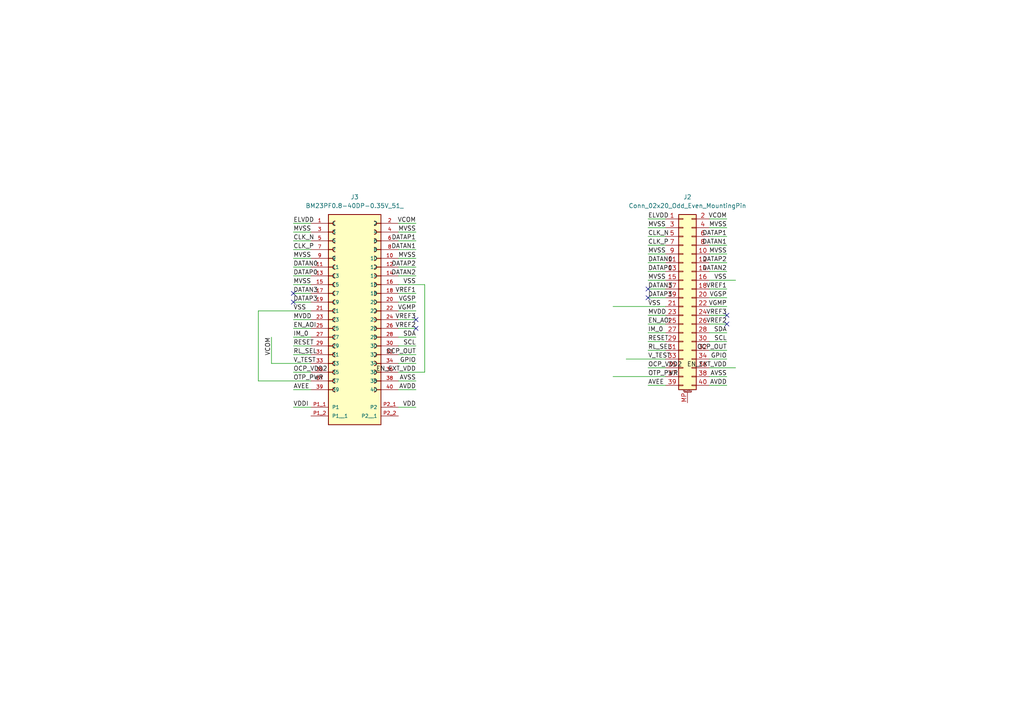
<source format=kicad_sch>
(kicad_sch (version 20250114) (generator "eeschema") (generator_version "9.0")
  (paper "A4")
  (lib_symbols
    (symbol "BM23PF0.8-40DS-0.35V_51_:BM23PF0.8-40DS-0.35V_51_" (pin_names (offset 1.016))
      (property "Reference" "J" (at -8.12 27.94 0))
      (property "Value" "BM23PF0.8-40DS-0.35V_51_" (at -7.62 -35.56 0))
      (symbol "BM23PF0.8-40DS-0.35V_51__0_0"
        (polyline (pts (xy -7.62 25.4) (xy -6.35 25.4)) (stroke (width 0.254)))
        (polyline (pts (xy -7.62 22.86) (xy -6.35 22.86)) (stroke (width 0.254)))
        (polyline (pts (xy -7.62 20.32) (xy -6.35 20.32)) (stroke (width 0.254)))
        (polyline (pts (xy -7.62 17.78) (xy -6.35 17.78)) (stroke (width 0.254)))
        (polyline (pts (xy -7.62 15.24) (xy -6.35 15.24)) (stroke (width 0.254)))
        (polyline (pts (xy -7.62 12.7) (xy -6.35 12.7)) (stroke (width 0.254)))
        (polyline (pts (xy -7.62 10.16) (xy -6.35 10.16)) (stroke (width 0.254)))
        (polyline (pts (xy -7.62 7.62) (xy -6.35 7.62)) (stroke (width 0.254)))
        (polyline (pts (xy -7.62 5.08) (xy -6.35 5.08)) (stroke (width 0.254)))
        (polyline (pts (xy -7.62 2.54) (xy -6.35 2.54)) (stroke (width 0.254)))
        (polyline (pts (xy -7.62 0) (xy -6.35 0)) (stroke (width 0.254)))
        (polyline (pts (xy -7.62 -2.54) (xy -6.35 -2.54)) (stroke (width 0.254)))
        (polyline (pts (xy -7.62 -5.08) (xy -6.35 -5.08)) (stroke (width 0.254)))
        (polyline (pts (xy -7.62 -7.62) (xy -6.35 -7.62)) (stroke (width 0.254)))
        (polyline (pts (xy -7.62 -10.16) (xy -6.35 -10.16)) (stroke (width 0.254)))
        (polyline (pts (xy -7.62 -12.7) (xy -6.35 -12.7)) (stroke (width 0.254)))
        (polyline (pts (xy -7.62 -15.24) (xy -6.35 -15.24)) (stroke (width 0.254)))
        (polyline (pts (xy -7.62 -17.78) (xy -6.35 -17.78)) (stroke (width 0.254)))
        (polyline (pts (xy -7.62 -20.32) (xy -6.35 -20.32)) (stroke (width 0.254)))
        (polyline (pts (xy -7.62 -22.86) (xy -6.35 -22.86)) (stroke (width 0.254)))
        (rectangle (start -7.62 -33.02) (end 7.62 27.94) (stroke (width 0.254)) (fill (type background)))
        (arc (start -5.715 24.765) (mid -6.3472 25.4) (end -5.715 26.035) (stroke (width 0.254)))
        (arc (start -5.715 22.225) (mid -6.3472 22.86) (end -5.715 23.495) (stroke (width 0.254)))
        (arc (start -5.715 19.685) (mid -6.3472 20.32) (end -5.715 20.955) (stroke (width 0.254)))
        (arc (start -5.715 17.145) (mid -6.3472 17.78) (end -5.715 18.415) (stroke (width 0.254)))
        (arc (start -5.715 14.605) (mid -6.3472 15.24) (end -5.715 15.875) (stroke (width 0.254)))
        (arc (start -5.715 12.065) (mid -6.3472 12.7) (end -5.715 13.335) (stroke (width 0.254)))
        (arc (start -5.715 9.525) (mid -6.3472 10.16) (end -5.715 10.795) (stroke (width 0.254)))
        (arc (start -5.715 6.985) (mid -6.3472 7.62) (end -5.715 8.255) (stroke (width 0.254)))
        (arc (start -5.715 4.445) (mid -6.3472 5.08) (end -5.715 5.715) (stroke (width 0.254)))
        (arc (start -5.715 1.905) (mid -6.3472 2.54) (end -5.715 3.175) (stroke (width 0.254)))
        (arc (start -5.715 -0.635) (mid -6.3472 0) (end -5.715 0.635) (stroke (width 0.254)))
        (arc (start -5.715 -3.175) (mid -6.3472 -2.54) (end -5.715 -1.905) (stroke (width 0.254)))
        (arc (start -5.715 -5.715) (mid -6.3472 -5.08) (end -5.715 -4.445) (stroke (width 0.254)))
        (arc (start -5.715 -8.255) (mid -6.3472 -7.62) (end -5.715 -6.985) (stroke (width 0.254)))
        (arc (start -5.715 -10.795) (mid -6.3472 -10.16) (end -5.715 -9.525) (stroke (width 0.254)))
        (arc (start -5.715 -13.335) (mid -6.3472 -12.7) (end -5.715 -12.065) (stroke (width 0.254)))
        (arc (start -5.715 -15.875) (mid -6.3472 -15.24) (end -5.715 -14.605) (stroke (width 0.254)))
        (arc (start -5.715 -18.415) (mid -6.3472 -17.78) (end -5.715 -17.145) (stroke (width 0.254)))
        (arc (start -5.715 -20.955) (mid -6.3472 -20.32) (end -5.715 -19.685) (stroke (width 0.254)))
        (arc (start -5.715 -23.495) (mid -6.3472 -22.86) (end -5.715 -22.225) (stroke (width 0.254)))
        (arc (start 5.715 26.035) (mid 6.3472 25.4) (end 5.715 24.765) (stroke (width 0.254)))
        (arc (start 5.715 23.495) (mid 6.3472 22.86) (end 5.715 22.225) (stroke (width 0.254)))
        (arc (start 5.715 20.955) (mid 6.3472 20.32) (end 5.715 19.685) (stroke (width 0.254)))
        (arc (start 5.715 18.415) (mid 6.3472 17.78) (end 5.715 17.145) (stroke (width 0.254)))
        (arc (start 5.715 15.875) (mid 6.3472 15.24) (end 5.715 14.605) (stroke (width 0.254)))
        (arc (start 5.715 13.335) (mid 6.3472 12.7) (end 5.715 12.065) (stroke (width 0.254)))
        (arc (start 5.715 10.795) (mid 6.3472 10.16) (end 5.715 9.525) (stroke (width 0.254)))
        (arc (start 5.715 8.255) (mid 6.3472 7.62) (end 5.715 6.985) (stroke (width 0.254)))
        (arc (start 5.715 5.715) (mid 6.3472 5.08) (end 5.715 4.445) (stroke (width 0.254)))
        (arc (start 5.715 3.175) (mid 6.3472 2.54) (end 5.715 1.905) (stroke (width 0.254)))
        (arc (start 5.715 0.635) (mid 6.3472 0) (end 5.715 -0.635) (stroke (width 0.254)))
        (arc (start 5.715 -1.905) (mid 6.3472 -2.54) (end 5.715 -3.175) (stroke (width 0.254)))
        (arc (start 5.715 -4.445) (mid 6.3472 -5.08) (end 5.715 -5.715) (stroke (width 0.254)))
        (arc (start 5.715 -6.985) (mid 6.3472 -7.62) (end 5.715 -8.255) (stroke (width 0.254)))
        (arc (start 5.715 -9.525) (mid 6.3472 -10.16) (end 5.715 -10.795) (stroke (width 0.254)))
        (arc (start 5.715 -12.065) (mid 6.3472 -12.7) (end 5.715 -13.335) (stroke (width 0.254)))
        (arc (start 5.715 -14.605) (mid 6.3472 -15.24) (end 5.715 -15.875) (stroke (width 0.254)))
        (arc (start 5.715 -17.145) (mid 6.3472 -17.78) (end 5.715 -18.415) (stroke (width 0.254)))
        (arc (start 5.715 -19.685) (mid 6.3472 -20.32) (end 5.715 -20.955) (stroke (width 0.254)))
        (arc (start 5.715 -22.225) (mid 6.3472 -22.86) (end 5.715 -23.495) (stroke (width 0.254)))
        (polyline (pts (xy 7.62 25.4) (xy 6.35 25.4)) (stroke (width 0.254)))
        (polyline (pts (xy 7.62 22.86) (xy 6.35 22.86)) (stroke (width 0.254)))
        (polyline (pts (xy 7.62 20.32) (xy 6.35 20.32)) (stroke (width 0.254)))
        (polyline (pts (xy 7.62 17.78) (xy 6.35 17.78)) (stroke (width 0.254)))
        (polyline (pts (xy 7.62 15.24) (xy 6.35 15.24)) (stroke (width 0.254)))
        (polyline (pts (xy 7.62 12.7) (xy 6.35 12.7)) (stroke (width 0.254)))
        (polyline (pts (xy 7.62 10.16) (xy 6.35 10.16)) (stroke (width 0.254)))
        (polyline (pts (xy 7.62 7.62) (xy 6.35 7.62)) (stroke (width 0.254)))
        (polyline (pts (xy 7.62 5.08) (xy 6.35 5.08)) (stroke (width 0.254)))
        (polyline (pts (xy 7.62 2.54) (xy 6.35 2.54)) (stroke (width 0.254)))
        (polyline (pts (xy 7.62 0) (xy 6.35 0)) (stroke (width 0.254)))
        (polyline (pts (xy 7.62 -2.54) (xy 6.35 -2.54)) (stroke (width 0.254)))
        (polyline (pts (xy 7.62 -5.08) (xy 6.35 -5.08)) (stroke (width 0.254)))
        (polyline (pts (xy 7.62 -7.62) (xy 6.35 -7.62)) (stroke (width 0.254)))
        (polyline (pts (xy 7.62 -10.16) (xy 6.35 -10.16)) (stroke (width 0.254)))
        (polyline (pts (xy 7.62 -12.7) (xy 6.35 -12.7)) (stroke (width 0.254)))
        (polyline (pts (xy 7.62 -15.24) (xy 6.35 -15.24)) (stroke (width 0.254)))
        (polyline (pts (xy 7.62 -17.78) (xy 6.35 -17.78)) (stroke (width 0.254)))
        (polyline (pts (xy 7.62 -20.32) (xy 6.35 -20.32)) (stroke (width 0.254)))
        (polyline (pts (xy 7.62 -22.86) (xy 6.35 -22.86)) (stroke (width 0.254)))
        (pin passive line (at -12.7 25.4 0) (length 5.08) (name "1") (number "1"))
        (pin passive line (at -12.7 22.86 0) (length 5.08) (name "3") (number "3"))
        (pin passive line (at -12.7 20.32 0) (length 5.08) (name "5") (number "5"))
        (pin passive line (at -12.7 17.78 0) (length 5.08) (name "7") (number "7"))
        (pin passive line (at -12.7 15.24 0) (length 5.08) (name "9") (number "9"))
        (pin passive line (at -12.7 12.7 0) (length 5.08) (name "11") (number "11"))
        (pin passive line (at -12.7 10.16 0) (length 5.08) (name "13") (number "13"))
        (pin passive line (at -12.7 7.62 0) (length 5.08) (name "15") (number "15"))
        (pin passive line (at -12.7 5.08 0) (length 5.08) (name "17") (number "17"))
        (pin passive line (at -12.7 2.54 0) (length 5.08) (name "19") (number "19"))
        (pin passive line (at -12.7 0 0) (length 5.08) (name "21") (number "21"))
        (pin passive line (at -12.7 -2.54 0) (length 5.08) (name "23") (number "23"))
        (pin passive line (at -12.7 -5.08 0) (length 5.08) (name "25") (number "25"))
        (pin passive line (at -12.7 -7.62 0) (length 5.08) (name "27") (number "27"))
        (pin passive line (at -12.7 -10.16 0) (length 5.08) (name "29") (number "29"))
        (pin passive line (at -12.7 -12.7 0) (length 5.08) (name "31") (number "31"))
        (pin passive line (at -12.7 -15.24 0) (length 5.08) (name "33") (number "33"))
        (pin passive line (at -12.7 -17.78 0) (length 5.08) (name "35") (number "35"))
        (pin passive line (at -12.7 -20.32 0) (length 5.08) (name "37") (number "37"))
        (pin passive line (at -12.7 -22.86 0) (length 5.08) (name "39") (number "39"))
        (pin power_in line (at -12.7 -27.94 0) (length 5.08) (name "P1") (number "P1_1"))
        (pin power_in line (at -12.7 -30.48 0) (length 5.08) (name "P1__1") (number "P1_2"))
        (pin passive line (at 12.7 25.4 180) (length 5.08) (name "2") (number "2"))
        (pin passive line (at 12.7 22.86 180) (length 5.08) (name "4") (number "4"))
        (pin passive line (at 12.7 20.32 180) (length 5.08) (name "6") (number "6"))
        (pin passive line (at 12.7 17.78 180) (length 5.08) (name "8") (number "8"))
        (pin passive line (at 12.7 15.24 180) (length 5.08) (name "10") (number "10"))
        (pin passive line (at 12.7 12.7 180) (length 5.08) (name "12") (number "12"))
        (pin passive line (at 12.7 10.16 180) (length 5.08) (name "14") (number "14"))
        (pin passive line (at 12.7 7.62 180) (length 5.08) (name "16") (number "16"))
        (pin passive line (at 12.7 5.08 180) (length 5.08) (name "18") (number "18"))
        (pin passive line (at 12.7 2.54 180) (length 5.08) (name "20") (number "20"))
        (pin passive line (at 12.7 0 180) (length 5.08) (name "22") (number "22"))
        (pin passive line (at 12.7 -2.54 180) (length 5.08) (name "24") (number "24"))
        (pin passive line (at 12.7 -5.08 180) (length 5.08) (name "26") (number "26"))
        (pin passive line (at 12.7 -7.62 180) (length 5.08) (name "28") (number "28"))
        (pin passive line (at 12.7 -10.16 180) (length 5.08) (name "30") (number "30"))
        (pin passive line (at 12.7 -12.7 180) (length 5.08) (name "32") (number "32"))
        (pin passive line (at 12.7 -15.24 180) (length 5.08) (name "34") (number "34"))
        (pin passive line (at 12.7 -17.78 180) (length 5.08) (name "36") (number "36"))
        (pin passive line (at 12.7 -20.32 180) (length 5.08) (name "38") (number "38"))
        (pin passive line (at 12.7 -22.86 180) (length 5.08) (name "40") (number "40"))
        (pin power_in line (at 12.7 -27.94 180) (length 5.08) (name "P2") (number "P2_1"))
        (pin power_in line (at 12.7 -30.48 180) (length 5.08) (name "P2__1") (number "P2_2"))
      )
    )
    (symbol "Connector_Generic_MountingPin:Conn_02x20_Odd_Even_MountingPin" (pin_names (offset 1.016) (hide yes))
      (property "Reference" "J" (at 1.27 25.4 0))
      (property "Value" "Conn_02x20_Odd_Even_MountingPin" (at 2.54 -27.94 0))
      (symbol "Conn_02x20_Odd_Even_MountingPin_1_1"
        (rectangle (start -1.27 24.13) (end 3.81 -26.67) (stroke (width 0.254)) (fill (type background)))
        (rectangle (start -1.27 22.987) (end 0 22.733) (stroke (width 0.1524)))
        (rectangle (start -1.27 20.447) (end 0 20.193) (stroke (width 0.1524)))
        (rectangle (start -1.27 17.907) (end 0 17.653) (stroke (width 0.1524)))
        (rectangle (start -1.27 15.367) (end 0 15.113) (stroke (width 0.1524)))
        (rectangle (start -1.27 12.827) (end 0 12.573) (stroke (width 0.1524)))
        (rectangle (start -1.27 10.287) (end 0 10.033) (stroke (width 0.1524)))
        (rectangle (start -1.27 7.747) (end 0 7.493) (stroke (width 0.1524)))
        (rectangle (start -1.27 5.207) (end 0 4.953) (stroke (width 0.1524)))
        (rectangle (start -1.27 2.667) (end 0 2.413) (stroke (width 0.1524)))
        (rectangle (start -1.27 0.127) (end 0 -0.127) (stroke (width 0.1524)))
        (rectangle (start -1.27 -2.413) (end 0 -2.667) (stroke (width 0.1524)))
        (rectangle (start -1.27 -4.953) (end 0 -5.207) (stroke (width 0.1524)))
        (rectangle (start -1.27 -7.493) (end 0 -7.747) (stroke (width 0.1524)))
        (rectangle (start -1.27 -10.033) (end 0 -10.287) (stroke (width 0.1524)))
        (rectangle (start -1.27 -12.573) (end 0 -12.827) (stroke (width 0.1524)))
        (rectangle (start -1.27 -15.113) (end 0 -15.367) (stroke (width 0.1524)))
        (rectangle (start -1.27 -17.653) (end 0 -17.907) (stroke (width 0.1524)))
        (rectangle (start -1.27 -20.193) (end 0 -20.447) (stroke (width 0.1524)))
        (rectangle (start -1.27 -22.733) (end 0 -22.987) (stroke (width 0.1524)))
        (rectangle (start -1.27 -25.273) (end 0 -25.527) (stroke (width 0.1524)))
        (polyline (pts (xy 0.254 -27.432) (xy 2.286 -27.432)) (stroke (width 0.1524)))
        (rectangle (start 3.81 22.987) (end 2.54 22.733) (stroke (width 0.1524)))
        (rectangle (start 3.81 20.447) (end 2.54 20.193) (stroke (width 0.1524)))
        (rectangle (start 3.81 17.907) (end 2.54 17.653) (stroke (width 0.1524)))
        (rectangle (start 3.81 15.367) (end 2.54 15.113) (stroke (width 0.1524)))
        (rectangle (start 3.81 12.827) (end 2.54 12.573) (stroke (width 0.1524)))
        (rectangle (start 3.81 10.287) (end 2.54 10.033) (stroke (width 0.1524)))
        (rectangle (start 3.81 7.747) (end 2.54 7.493) (stroke (width 0.1524)))
        (rectangle (start 3.81 5.207) (end 2.54 4.953) (stroke (width 0.1524)))
        (rectangle (start 3.81 2.667) (end 2.54 2.413) (stroke (width 0.1524)))
        (rectangle (start 3.81 0.127) (end 2.54 -0.127) (stroke (width 0.1524)))
        (rectangle (start 3.81 -2.413) (end 2.54 -2.667) (stroke (width 0.1524)))
        (rectangle (start 3.81 -4.953) (end 2.54 -5.207) (stroke (width 0.1524)))
        (rectangle (start 3.81 -7.493) (end 2.54 -7.747) (stroke (width 0.1524)))
        (rectangle (start 3.81 -10.033) (end 2.54 -10.287) (stroke (width 0.1524)))
        (rectangle (start 3.81 -12.573) (end 2.54 -12.827) (stroke (width 0.1524)))
        (rectangle (start 3.81 -15.113) (end 2.54 -15.367) (stroke (width 0.1524)))
        (rectangle (start 3.81 -17.653) (end 2.54 -17.907) (stroke (width 0.1524)))
        (rectangle (start 3.81 -20.193) (end 2.54 -20.447) (stroke (width 0.1524)))
        (rectangle (start 3.81 -22.733) (end 2.54 -22.987) (stroke (width 0.1524)))
        (rectangle (start 3.81 -25.273) (end 2.54 -25.527) (stroke (width 0.1524)))
        (text "Mounting" (at 1.27 -27.051 0) (effects (font (size 0.381 0.381))))
        (pin passive line (at -5.08 22.86 0) (length 3.81) (name "Pin_1") (number "1"))
        (pin passive line (at -5.08 20.32 0) (length 3.81) (name "Pin_3") (number "3"))
        (pin passive line (at -5.08 17.78 0) (length 3.81) (name "Pin_5") (number "5"))
        (pin passive line (at -5.08 15.24 0) (length 3.81) (name "Pin_7") (number "7"))
        (pin passive line (at -5.08 12.7 0) (length 3.81) (name "Pin_9") (number "9"))
        (pin passive line (at -5.08 10.16 0) (length 3.81) (name "Pin_11") (number "11"))
        (pin passive line (at -5.08 7.62 0) (length 3.81) (name "Pin_13") (number "13"))
        (pin passive line (at -5.08 5.08 0) (length 3.81) (name "Pin_15") (number "15"))
        (pin passive line (at -5.08 2.54 0) (length 3.81) (name "Pin_17") (number "17"))
        (pin passive line (at -5.08 0 0) (length 3.81) (name "Pin_19") (number "19"))
        (pin passive line (at -5.08 -2.54 0) (length 3.81) (name "Pin_21") (number "21"))
        (pin passive line (at -5.08 -5.08 0) (length 3.81) (name "Pin_23") (number "23"))
        (pin passive line (at -5.08 -7.62 0) (length 3.81) (name "Pin_25") (number "25"))
        (pin passive line (at -5.08 -10.16 0) (length 3.81) (name "Pin_27") (number "27"))
        (pin passive line (at -5.08 -12.7 0) (length 3.81) (name "Pin_29") (number "29"))
        (pin passive line (at -5.08 -15.24 0) (length 3.81) (name "Pin_31") (number "31"))
        (pin passive line (at -5.08 -17.78 0) (length 3.81) (name "Pin_33") (number "33"))
        (pin passive line (at -5.08 -20.32 0) (length 3.81) (name "Pin_35") (number "35"))
        (pin passive line (at -5.08 -22.86 0) (length 3.81) (name "Pin_37") (number "37"))
        (pin passive line (at -5.08 -25.4 0) (length 3.81) (name "Pin_39") (number "39"))
        (pin passive line (at 1.27 -30.48 90) (length 3.048) (name "MountPin") (number "MP"))
        (pin passive line (at 7.62 22.86 180) (length 3.81) (name "Pin_2") (number "2"))
        (pin passive line (at 7.62 20.32 180) (length 3.81) (name "Pin_4") (number "4"))
        (pin passive line (at 7.62 17.78 180) (length 3.81) (name "Pin_6") (number "6"))
        (pin passive line (at 7.62 15.24 180) (length 3.81) (name "Pin_8") (number "8"))
        (pin passive line (at 7.62 12.7 180) (length 3.81) (name "Pin_10") (number "10"))
        (pin passive line (at 7.62 10.16 180) (length 3.81) (name "Pin_12") (number "12"))
        (pin passive line (at 7.62 7.62 180) (length 3.81) (name "Pin_14") (number "14"))
        (pin passive line (at 7.62 5.08 180) (length 3.81) (name "Pin_16") (number "16"))
        (pin passive line (at 7.62 2.54 180) (length 3.81) (name "Pin_18") (number "18"))
        (pin passive line (at 7.62 0 180) (length 3.81) (name "Pin_20") (number "20"))
        (pin passive line (at 7.62 -2.54 180) (length 3.81) (name "Pin_22") (number "22"))
        (pin passive line (at 7.62 -5.08 180) (length 3.81) (name "Pin_24") (number "24"))
        (pin passive line (at 7.62 -7.62 180) (length 3.81) (name "Pin_26") (number "26"))
        (pin passive line (at 7.62 -10.16 180) (length 3.81) (name "Pin_28") (number "28"))
        (pin passive line (at 7.62 -12.7 180) (length 3.81) (name "Pin_30") (number "30"))
        (pin passive line (at 7.62 -15.24 180) (length 3.81) (name "Pin_32") (number "32"))
        (pin passive line (at 7.62 -17.78 180) (length 3.81) (name "Pin_34") (number "34"))
        (pin passive line (at 7.62 -20.32 180) (length 3.81) (name "Pin_36") (number "36"))
        (pin passive line (at 7.62 -22.86 180) (length 3.81) (name "Pin_38") (number "38"))
        (pin passive line (at 7.62 -25.4 180) (length 3.81) (name "Pin_40") (number "40"))
      )
    )
  )
  (no_connect (at 210.82 93.98))
  (no_connect (at 187.96 86.36))
  (no_connect (at 120.65 95.25))
  (no_connect (at 85.09 87.63))
  (no_connect (at 187.96 83.82))
  (no_connect (at 120.65 92.71))
  (no_connect (at 85.09 85.09))
  (no_connect (at 210.82 91.44))
  (wire (pts (xy 85.09 97.79) (xy 90.17 97.79)))
  (wire (pts (xy 187.96 68.58) (xy 193.04 68.58)))
  (wire (pts (xy 85.09 69.85) (xy 90.17 69.85)))
  (wire (pts (xy 85.09 92.71) (xy 90.17 92.71)))
  (wire (pts (xy 187.96 93.98) (xy 193.04 93.98)))
  (wire (pts (xy 205.74 101.6) (xy 210.82 101.6)))
  (wire (pts (xy 85.09 82.55) (xy 90.17 82.55)))
  (wire (pts (xy 115.57 92.71) (xy 120.65 92.71)))
  (wire (pts (xy 74.93 110.49) (xy 90.17 110.49)))
  (wire (pts (xy 205.74 78.74) (xy 210.82 78.74)))
  (wire (pts (xy 115.57 64.77) (xy 120.65 64.77)))
  (wire (pts (xy 115.57 97.79) (xy 120.65 97.79)))
  (wire (pts (xy 187.96 78.74) (xy 193.04 78.74)))
  (wire (pts (xy 205.74 106.68) (xy 213.36 106.68)))
  (wire (pts (xy 205.74 91.44) (xy 210.82 91.44)))
  (wire (pts (xy 205.74 93.98) (xy 210.82 93.98)))
  (wire (pts (xy 205.74 111.76) (xy 210.82 111.76)))
  (wire (pts (xy 115.57 82.55) (xy 123.19 82.55)))
  (wire (pts (xy 85.09 77.47) (xy 90.17 77.47)))
  (wire (pts (xy 181.61 104.14) (xy 193.04 104.14)))
  (wire (pts (xy 187.96 111.76) (xy 193.04 111.76)))
  (wire (pts (xy 205.74 73.66) (xy 210.82 73.66)))
  (wire (pts (xy 115.57 95.25) (xy 120.65 95.25)))
  (wire (pts (xy 177.8 88.9) (xy 193.04 88.9)))
  (wire (pts (xy 115.57 69.85) (xy 120.65 69.85)))
  (wire (pts (xy 205.74 83.82) (xy 210.82 83.82)))
  (wire (pts (xy 187.96 81.28) (xy 193.04 81.28)))
  (wire (pts (xy 85.09 102.87) (xy 90.17 102.87)))
  (wire (pts (xy 78.74 97.79) (xy 78.74 105.41)))
  (wire (pts (xy 85.09 74.93) (xy 90.17 74.93)))
  (wire (pts (xy 115.57 105.41) (xy 120.65 105.41)))
  (wire (pts (xy 205.74 104.14) (xy 210.82 104.14)))
  (wire (pts (xy 85.09 87.63) (xy 90.17 87.63)))
  (wire (pts (xy 123.19 107.95) (xy 123.19 82.55)))
  (wire (pts (xy 205.74 66.04) (xy 210.82 66.04)))
  (wire (pts (xy 187.96 63.5) (xy 193.04 63.5)))
  (wire (pts (xy 85.09 107.95) (xy 90.17 107.95)))
  (wire (pts (xy 205.74 63.5) (xy 210.82 63.5)))
  (wire (pts (xy 115.57 72.39) (xy 120.65 72.39)))
  (wire (pts (xy 187.96 91.44) (xy 193.04 91.44)))
  (wire (pts (xy 115.57 110.49) (xy 120.65 110.49)))
  (wire (pts (xy 205.74 99.06) (xy 210.82 99.06)))
  (wire (pts (xy 85.09 118.11) (xy 90.17 118.11)))
  (wire (pts (xy 177.8 109.22) (xy 193.04 109.22)))
  (wire (pts (xy 85.09 85.09) (xy 90.17 85.09)))
  (wire (pts (xy 115.57 107.95) (xy 123.19 107.95)))
  (wire (pts (xy 74.93 90.17) (xy 90.17 90.17)))
  (wire (pts (xy 115.57 85.09) (xy 120.65 85.09)))
  (wire (pts (xy 205.74 86.36) (xy 210.82 86.36)))
  (wire (pts (xy 187.96 106.68) (xy 193.04 106.68)))
  (wire (pts (xy 115.57 74.93) (xy 120.65 74.93)))
  (wire (pts (xy 115.57 67.31) (xy 120.65 67.31)))
  (wire (pts (xy 205.74 68.58) (xy 210.82 68.58)))
  (wire (pts (xy 74.93 110.49) (xy 74.93 90.17)))
  (wire (pts (xy 78.74 105.41) (xy 90.17 105.41)))
  (wire (pts (xy 187.96 96.52) (xy 193.04 96.52)))
  (wire (pts (xy 115.57 118.11) (xy 120.65 118.11)))
  (wire (pts (xy 205.74 81.28) (xy 213.36 81.28)))
  (wire (pts (xy 205.74 96.52) (xy 210.82 96.52)))
  (wire (pts (xy 205.74 88.9) (xy 210.82 88.9)))
  (wire (pts (xy 205.74 76.2) (xy 210.82 76.2)))
  (wire (pts (xy 115.57 100.33) (xy 120.65 100.33)))
  (wire (pts (xy 85.09 72.39) (xy 90.17 72.39)))
  (wire (pts (xy 187.96 71.12) (xy 193.04 71.12)))
  (wire (pts (xy 115.57 77.47) (xy 120.65 77.47)))
  (wire (pts (xy 187.96 101.6) (xy 193.04 101.6)))
  (wire (pts (xy 115.57 102.87) (xy 120.65 102.87)))
  (wire (pts (xy 187.96 99.06) (xy 193.04 99.06)))
  (wire (pts (xy 187.96 73.66) (xy 193.04 73.66)))
  (wire (pts (xy 115.57 80.01) (xy 120.65 80.01)))
  (wire (pts (xy 85.09 100.33) (xy 90.17 100.33)))
  (wire (pts (xy 85.09 80.01) (xy 90.17 80.01)))
  (wire (pts (xy 85.09 113.03) (xy 90.17 113.03)))
  (wire (pts (xy 187.96 86.36) (xy 193.04 86.36)))
  (wire (pts (xy 85.09 64.77) (xy 90.17 64.77)))
  (wire (pts (xy 85.09 67.31) (xy 90.17 67.31)))
  (wire (pts (xy 187.96 66.04) (xy 193.04 66.04)))
  (wire (pts (xy 205.74 109.22) (xy 210.82 109.22)))
  (wire (pts (xy 115.57 90.17) (xy 120.65 90.17)))
  (wire (pts (xy 205.74 71.12) (xy 210.82 71.12)))
  (wire (pts (xy 115.57 87.63) (xy 120.65 87.63)))
  (wire (pts (xy 187.96 76.2) (xy 193.04 76.2)))
  (wire (pts (xy 187.96 83.82) (xy 193.04 83.82)))
  (wire (pts (xy 85.09 95.25) (xy 90.17 95.25)))
  (wire (pts (xy 115.57 113.03) (xy 120.65 113.03)))
  (label "EN_AOI" (at 187.96 93.98 0))
  (label "MVSS" (at 187.96 66.04 0))
  (label "VSS" (at 120.65 82.55 180))
  (label "VREF2" (at 210.82 93.98 180))
  (label "VREF1" (at 120.65 85.09 180))
  (label "DATAN2" (at 210.82 78.74 180))
  (label "ELVDD" (at 85.09 64.77 0))
  (label "VGSP" (at 210.82 86.36 180))
  (label "DATAP1" (at 210.82 68.58 180))
  (label "AVSS" (at 210.82 109.22 180))
  (label "OCP_OUT" (at 120.65 102.87 180))
  (label "IM_0" (at 187.96 96.52 0))
  (label "VCOM" (at 120.65 64.77 180))
  (label "VREF2" (at 120.65 95.25 180))
  (label "VCOM" (at 210.82 63.5 180))
  (label "RL_SEL" (at 187.96 101.6 0))
  (label "CLK_P" (at 85.09 72.39 0))
  (label "VSS" (at 85.09 90.17 0))
  (label "VREF3" (at 120.65 92.71 180))
  (label "MVDD" (at 85.09 92.71 0))
  (label "ELVDD" (at 187.96 63.5 0))
  (label "DATAN0" (at 85.09 77.47 0))
  (label "VREF1" (at 210.82 83.82 180))
  (label "CLK_N" (at 85.09 69.85 0))
  (label "DATAP2" (at 210.82 76.2 180))
  (label "VDD" (at 120.65 118.11 180))
  (label "SDA" (at 120.65 97.79 180))
  (label "SCL" (at 120.65 100.33 180))
  (label "MVSS" (at 210.82 66.04 180))
  (label "VSS" (at 187.96 88.9 0))
  (label "DATAN1" (at 120.65 72.39 180))
  (label "EN_EXT_VDD" (at 120.65 107.95 180))
  (label "AVSS" (at 120.65 110.49 180))
  (label "OTP_PWR" (at 187.96 109.22 0))
  (label "DATAN1" (at 210.82 71.12 180))
  (label "VGMP" (at 210.82 88.9 180))
  (label "SCL" (at 210.82 99.06 180))
  (label "RL_SEL" (at 85.09 102.87 0))
  (label "V_TEST" (at 187.96 104.14 0))
  (label "MVSS" (at 85.09 67.31 0))
  (label "GPIO" (at 120.65 105.41 180))
  (label "DATAN3" (at 85.09 85.09 0))
  (label "EN_AOI" (at 85.09 95.25 0))
  (label "AVDD" (at 120.65 113.03 180))
  (label "AVEE" (at 187.96 111.76 0))
  (label "DATAN2" (at 120.65 80.01 180))
  (label "VGMP" (at 120.65 90.17 180))
  (label "CLK_P" (at 187.96 71.12 0))
  (label "MVSS" (at 120.65 67.31 180))
  (label "RESET" (at 85.09 100.33 0))
  (label "AVEE" (at 85.09 113.03 0))
  (label "AVDD" (at 210.82 111.76 180))
  (label "OCP_OUT" (at 210.82 101.6 180))
  (label "OTP_PWR" (at 85.09 110.49 0))
  (label "VDDI" (at 85.09 118.11 0))
  (label "MVSS" (at 187.96 73.66 0))
  (label "DATAP2" (at 120.65 77.47 180))
  (label "VCOM" (at 78.74 97.79 270))
  (label "OCP_VDD2" (at 187.96 106.68 0))
  (label "DATAP1" (at 120.65 69.85 180))
  (label "OCP_VDD2" (at 85.09 107.95 0))
  (label "MVSS" (at 187.96 81.28 0))
  (label "GPIO" (at 210.82 104.14 180))
  (label "DATAP0" (at 187.96 78.74 0))
  (label "VSS" (at 210.82 81.28 180))
  (label "DATAN3" (at 187.96 83.82 0))
  (label "RESET" (at 187.96 99.06 0))
  (label "IM_0" (at 85.09 97.79 0))
  (label "SDA" (at 210.82 96.52 180))
  (label "MVDD" (at 187.96 91.44 0))
  (label "VREF3" (at 210.82 91.44 180))
  (label "DATAN0" (at 187.96 76.2 0))
  (label "EN_EXT_VDD" (at 210.82 106.68 180))
  (label "DATAP3" (at 187.96 86.36 0))
  (label "CLK_N" (at 187.96 68.58 0))
  (label "MVSS" (at 85.09 74.93 0))
  (label "MVSS" (at 85.09 82.55 0))
  (label "DATAP0" (at 85.09 80.01 0))
  (label "VGSP" (at 120.65 87.63 180))
  (label "DATAP3" (at 85.09 87.63 0))
  (label "V_TEST" (at 85.09 105.41 0))
  (label "MVSS" (at 210.82 73.66 180))
  (label "MVSS" (at 120.65 74.93 180))
  (symbol (lib_id "Connector_Generic_MountingPin:Conn_02x20_Odd_Even_MountingPin") (at 198.12 86.36 0) (unit 1)
    (property "Reference" "J2" (at 199.39 57.15 0))
    (property "Value" "Conn_02x20_Odd_Even_MountingPin" (at 199.39 59.69 0))
    (property "Footprint" "Connector_PinHeader_2.54mm:PinHeader_2x20_P2.54mm_Vertical" (effects (hide yes)))
    (property "Description" "Generic connectable mounting pin connector, double row, 02x20, odd/even pin numbering scheme (row 1 odd numbers, row 2 even numbers), script generated (kicad-library-utils/schlib/autogen/connector/)" (effects (hide yes)))
  )
  (symbol (lib_id "BM23PF0.8-40DS-0.35V_51_:BM23PF0.8-40DS-0.35V_51_") (at 102.87 90.17 0) (unit 1)
    (property "Reference" "J3" (at 102.87 57.15 0))
    (property "Value" "BM23PF0.8-40DP-0.35V_51_" (at 102.87 59.69 0))
    (property "Footprint" "bacon:HRS_BM23PF0.8-40DS-0.35V_51_" (effects (hide yes)))
    (property "MANUFACTURER" "HRS" (effects (hide yes)))
  )
)
</source>
